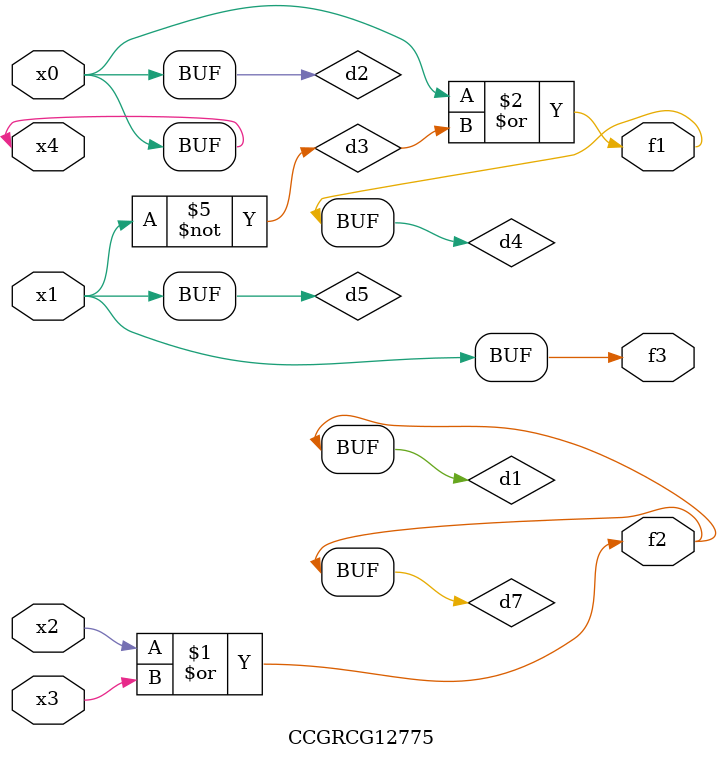
<source format=v>
module CCGRCG12775(
	input x0, x1, x2, x3, x4,
	output f1, f2, f3
);

	wire d1, d2, d3, d4, d5, d6, d7;

	or (d1, x2, x3);
	buf (d2, x0, x4);
	not (d3, x1);
	or (d4, d2, d3);
	not (d5, d3);
	nand (d6, d1, d3);
	or (d7, d1);
	assign f1 = d4;
	assign f2 = d7;
	assign f3 = d5;
endmodule

</source>
